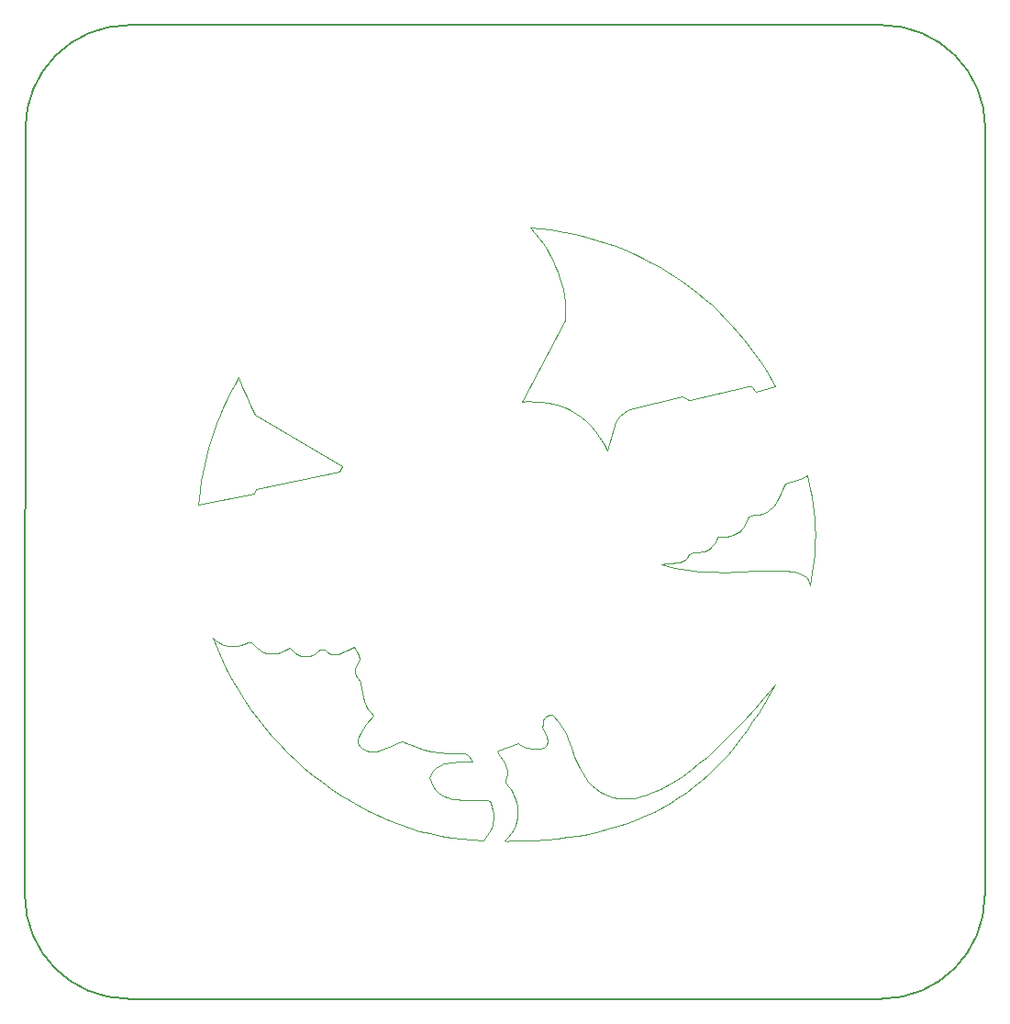
<source format=gbr>
G04 #@! TF.GenerationSoftware,KiCad,Pcbnew,5.1.5*
G04 #@! TF.CreationDate,2020-02-13T15:58:18-06:00*
G04 #@! TF.ProjectId,FJE Badge,464a4520-4261-4646-9765-2e6b69636164,rev?*
G04 #@! TF.SameCoordinates,Original*
G04 #@! TF.FileFunction,Profile,NP*
%FSLAX46Y46*%
G04 Gerber Fmt 4.6, Leading zero omitted, Abs format (unit mm)*
G04 Created by KiCad (PCBNEW 5.1.5) date 2020-02-13 15:58:18*
%MOMM*%
%LPD*%
G04 APERTURE LIST*
%ADD10C,0.150000*%
%ADD11C,0.100000*%
G04 APERTURE END LIST*
D10*
X111300000Y-62900000D02*
G75*
G02X120850000Y-53350000I9550000J0D01*
G01*
X190350000Y-53350000D02*
G75*
G02X199900000Y-62900000I0J-9550000D01*
G01*
X199850000Y-133650000D02*
G75*
G02X190300000Y-143200000I-9550000J0D01*
G01*
X120800000Y-143200000D02*
G75*
G02X111250000Y-133650000I0J9550000D01*
G01*
X190350000Y-53350000D02*
X120850000Y-53350000D01*
X199850000Y-133650000D02*
X199900000Y-62900000D01*
X120800000Y-143200000D02*
X190300000Y-143200000D01*
X111300000Y-62900000D02*
X111250000Y-133650000D01*
D11*
X127234117Y-97592224D02*
X132441002Y-96622145D01*
X132441002Y-96622145D02*
X132612904Y-96124979D01*
X132612904Y-96124979D02*
X140274277Y-94558270D01*
X140274277Y-94558270D02*
X140534061Y-94028297D01*
X140534061Y-94028297D02*
X132514616Y-89305100D01*
X132514616Y-89305100D02*
X132083642Y-88467494D01*
X132083642Y-88467494D02*
X131687905Y-87614786D01*
X131687905Y-87614786D02*
X131327484Y-86746944D01*
X131327484Y-86746944D02*
X131002455Y-85863933D01*
X131002455Y-85863933D02*
X130612335Y-86539305D01*
X130612335Y-86539305D02*
X130241602Y-87225799D01*
X130241602Y-87225799D02*
X129890491Y-87923091D01*
X129890491Y-87923091D02*
X129559234Y-88630860D01*
X129559234Y-88630860D02*
X129248064Y-89348782D01*
X129248064Y-89348782D02*
X128957214Y-90076535D01*
X128957214Y-90076535D02*
X128686918Y-90813795D01*
X128686918Y-90813795D02*
X128437407Y-91560241D01*
X128437407Y-91560241D02*
X128208916Y-92315549D01*
X128208916Y-92315549D02*
X128001676Y-93079396D01*
X128001676Y-93079396D02*
X127815922Y-93851460D01*
X127815922Y-93851460D02*
X127651886Y-94631418D01*
X127651886Y-94631418D02*
X127509800Y-95418947D01*
X127509800Y-95418947D02*
X127389899Y-96213725D01*
X127389899Y-96213725D02*
X127292419Y-97015428D01*
X127292419Y-97015428D02*
X127234119Y-97592224D01*
X127234119Y-97592224D02*
X127234119Y-97592224D01*
X183730704Y-105032158D02*
X183916073Y-103877738D01*
X183916073Y-103877738D02*
X184059719Y-102750540D01*
X184059719Y-102750540D02*
X184113059Y-102184118D01*
X184113059Y-102184118D02*
X184152569Y-101608865D01*
X184152569Y-101608865D02*
X184177109Y-101019568D01*
X184177109Y-101019568D02*
X184185509Y-100411015D01*
X184185509Y-100411015D02*
X184170549Y-99627349D01*
X184170549Y-99627349D02*
X184128109Y-98885149D01*
X184128109Y-98885149D02*
X184061859Y-98176444D01*
X184061859Y-98176444D02*
X183975459Y-97493267D01*
X183975459Y-97493267D02*
X183872572Y-96827649D01*
X183872572Y-96827649D02*
X183756862Y-96171621D01*
X183756862Y-96171621D02*
X183501625Y-94856461D01*
X183501625Y-94856461D02*
X183289770Y-94995135D01*
X183289770Y-94995135D02*
X183055459Y-95116968D01*
X183055459Y-95116968D02*
X182803078Y-95225248D01*
X182803078Y-95225248D02*
X182537011Y-95323268D01*
X182537011Y-95323268D02*
X181423582Y-95678459D01*
X181423582Y-95678459D02*
X181200684Y-96132885D01*
X181200684Y-96132885D02*
X180994583Y-96600232D01*
X180994583Y-96600232D02*
X180779251Y-97060478D01*
X180779251Y-97060478D02*
X180659990Y-97281682D01*
X180659990Y-97281682D02*
X180528661Y-97493602D01*
X180528661Y-97493602D02*
X180382010Y-97693737D01*
X180382010Y-97693737D02*
X180216784Y-97879583D01*
X180216784Y-97879583D02*
X180029729Y-98048638D01*
X180029729Y-98048638D02*
X179817593Y-98198400D01*
X179817593Y-98198400D02*
X179577121Y-98326364D01*
X179577121Y-98326364D02*
X179305060Y-98430030D01*
X179305060Y-98430030D02*
X178998156Y-98506890D01*
X178998156Y-98506890D02*
X178653157Y-98554450D01*
X178653157Y-98554450D02*
X178249555Y-98614990D01*
X178249555Y-98614990D02*
X178118944Y-98663340D01*
X178118944Y-98663340D02*
X178033224Y-98745360D01*
X178033224Y-98745360D02*
X177974954Y-98847960D01*
X177974954Y-98847960D02*
X177926674Y-98958057D01*
X177926674Y-98958057D02*
X177812537Y-99237746D01*
X177812537Y-99237746D02*
X177687326Y-99482541D01*
X177687326Y-99482541D02*
X177551794Y-99694816D01*
X177551794Y-99694816D02*
X177406697Y-99876948D01*
X177406697Y-99876948D02*
X177252786Y-100031310D01*
X177252786Y-100031310D02*
X177090817Y-100160277D01*
X177090817Y-100160277D02*
X176921542Y-100266226D01*
X176921542Y-100266226D02*
X176745715Y-100351526D01*
X176745715Y-100351526D02*
X176564090Y-100418556D01*
X176564090Y-100418556D02*
X176377421Y-100469696D01*
X176377421Y-100469696D02*
X175991965Y-100533786D01*
X175991965Y-100533786D02*
X175595376Y-100562796D01*
X175595376Y-100562796D02*
X175193683Y-100575726D01*
X175193683Y-100575726D02*
X175038576Y-100869811D01*
X175038576Y-100869811D02*
X174886353Y-101119187D01*
X174886353Y-101119187D02*
X174736772Y-101327621D01*
X174736772Y-101327621D02*
X174589589Y-101498879D01*
X174589589Y-101498879D02*
X174444562Y-101636729D01*
X174444562Y-101636729D02*
X174301447Y-101744936D01*
X174301447Y-101744936D02*
X174160001Y-101827266D01*
X174160001Y-101827266D02*
X174019982Y-101887496D01*
X174019982Y-101887496D02*
X173881146Y-101929376D01*
X173881146Y-101929376D02*
X173743250Y-101956686D01*
X173743250Y-101956686D02*
X173469308Y-101982646D01*
X173469308Y-101982646D02*
X173196210Y-101995516D01*
X173196210Y-101995516D02*
X172922013Y-102025426D01*
X172922013Y-102025426D02*
X172578952Y-102186866D01*
X172578952Y-102186866D02*
X172460259Y-102379601D01*
X172460259Y-102379601D02*
X172330265Y-102538432D01*
X172330265Y-102538432D02*
X172190104Y-102666763D01*
X172190104Y-102666763D02*
X172040911Y-102767999D01*
X172040911Y-102767999D02*
X171883821Y-102845539D01*
X171883821Y-102845539D02*
X171719968Y-102902799D01*
X171719968Y-102902799D02*
X171550488Y-102943169D01*
X171550488Y-102943169D02*
X171376514Y-102970059D01*
X171376514Y-102970059D02*
X171019625Y-102997019D01*
X171019625Y-102997019D02*
X170658378Y-103010909D01*
X170658378Y-103010909D02*
X170301852Y-103038959D01*
X170301852Y-103038959D02*
X170128195Y-103066799D01*
X170128195Y-103066799D02*
X169959122Y-103108389D01*
X169959122Y-103108389D02*
X170555502Y-103272148D01*
X170555502Y-103272148D02*
X171154112Y-103410519D01*
X171154112Y-103410519D02*
X171753659Y-103525374D01*
X171753659Y-103525374D02*
X172352847Y-103618584D01*
X172352847Y-103618584D02*
X172950384Y-103692014D01*
X172950384Y-103692014D02*
X173544975Y-103747534D01*
X173544975Y-103747534D02*
X174720142Y-103812344D01*
X174720142Y-103812344D02*
X175867995Y-103827964D01*
X175867995Y-103827964D02*
X176978181Y-103809364D01*
X176978181Y-103809364D02*
X179044140Y-103729324D01*
X179044140Y-103729324D02*
X179979207Y-103697804D01*
X179979207Y-103697804D02*
X180835194Y-103691904D01*
X180835194Y-103691904D02*
X181601749Y-103726574D01*
X181601749Y-103726574D02*
X181948254Y-103763804D01*
X181948254Y-103763804D02*
X182268519Y-103816784D01*
X182268519Y-103816784D02*
X182561249Y-103887384D01*
X182561249Y-103887384D02*
X182825150Y-103977484D01*
X182825150Y-103977484D02*
X183058928Y-104088946D01*
X183058928Y-104088946D02*
X183261289Y-104223641D01*
X183261289Y-104223641D02*
X183430939Y-104383441D01*
X183430939Y-104383441D02*
X183566584Y-104570214D01*
X183566584Y-104570214D02*
X183666929Y-104785832D01*
X183666929Y-104785832D02*
X183730679Y-105032164D01*
X183730679Y-105032164D02*
X183730679Y-105032164D01*
X157907544Y-72024424D02*
X158321483Y-72513779D01*
X158321483Y-72513779D02*
X158707597Y-73009187D01*
X158707597Y-73009187D02*
X159065695Y-73510685D01*
X159065695Y-73510685D02*
X159395614Y-74018309D01*
X159395614Y-74018309D02*
X159697186Y-74532095D01*
X159697186Y-74532095D02*
X159970248Y-75052079D01*
X159970248Y-75052079D02*
X160214633Y-75578297D01*
X160214633Y-75578297D02*
X160430176Y-76110786D01*
X160430176Y-76110786D02*
X160616712Y-76649580D01*
X160616712Y-76649580D02*
X160774075Y-77194716D01*
X160774075Y-77194716D02*
X160902099Y-77746230D01*
X160902099Y-77746230D02*
X161000619Y-78304158D01*
X161000619Y-78304158D02*
X161069469Y-78868536D01*
X161069469Y-78868536D02*
X161108489Y-79439400D01*
X161108489Y-79439400D02*
X161117489Y-80016786D01*
X161117489Y-80016786D02*
X161096339Y-80600729D01*
X161096339Y-80600729D02*
X157100812Y-88101170D01*
X157100812Y-88101170D02*
X157712742Y-88077000D01*
X157712742Y-88077000D02*
X158312377Y-88084400D01*
X158312377Y-88084400D02*
X158898958Y-88125410D01*
X158898958Y-88125410D02*
X159471726Y-88201940D01*
X159471726Y-88201940D02*
X160029922Y-88315941D01*
X160029922Y-88315941D02*
X160572787Y-88469365D01*
X160572787Y-88469365D02*
X161099561Y-88664164D01*
X161099561Y-88664164D02*
X161609487Y-88902289D01*
X161609487Y-88902289D02*
X162101804Y-89185694D01*
X162101804Y-89185694D02*
X162575753Y-89516329D01*
X162575753Y-89516329D02*
X163030576Y-89896146D01*
X163030576Y-89896146D02*
X163465513Y-90327098D01*
X163465513Y-90327098D02*
X163879806Y-90811136D01*
X163879806Y-90811136D02*
X164272695Y-91350213D01*
X164272695Y-91350213D02*
X164643421Y-91946279D01*
X164643421Y-91946279D02*
X164991225Y-92601288D01*
X164991225Y-92601288D02*
X165758068Y-89957697D01*
X165758068Y-89957697D02*
X165922031Y-89711555D01*
X165922031Y-89711555D02*
X166085994Y-89505698D01*
X166085994Y-89505698D02*
X166249957Y-89334965D01*
X166249957Y-89334965D02*
X166413921Y-89194198D01*
X166413921Y-89194198D02*
X166577884Y-89078238D01*
X166577884Y-89078238D02*
X166741847Y-88981928D01*
X166741847Y-88981928D02*
X167069773Y-88827614D01*
X167069773Y-88827614D02*
X171955409Y-87607002D01*
X171955409Y-87607002D02*
X172504784Y-87953036D01*
X172504784Y-87953036D02*
X172601104Y-87949436D01*
X172601104Y-87949436D02*
X178062745Y-86658049D01*
X178062745Y-86658049D02*
X178326731Y-86722259D01*
X178326731Y-86722259D02*
X178703490Y-87157407D01*
X178703490Y-87157407D02*
X180487353Y-86660326D01*
X180487353Y-86660326D02*
X180059718Y-85898700D01*
X180059718Y-85898700D02*
X179609784Y-85152174D01*
X179609784Y-85152174D02*
X179138019Y-84421229D01*
X179138019Y-84421229D02*
X178644857Y-83706315D01*
X178644857Y-83706315D02*
X178130730Y-83007884D01*
X178130730Y-83007884D02*
X177596072Y-82326383D01*
X177596072Y-82326383D02*
X177041317Y-81662265D01*
X177041317Y-81662265D02*
X176466896Y-81015978D01*
X176466896Y-81015978D02*
X175873243Y-80387972D01*
X175873243Y-80387972D02*
X175260793Y-79778698D01*
X175260793Y-79778698D02*
X174629976Y-79188605D01*
X174629976Y-79188605D02*
X173981228Y-78618143D01*
X173981228Y-78618143D02*
X173314980Y-78067763D01*
X173314980Y-78067763D02*
X172631667Y-77537914D01*
X172631667Y-77537914D02*
X171931720Y-77029046D01*
X171931720Y-77029046D02*
X171215574Y-76541610D01*
X171215574Y-76541610D02*
X170483662Y-76076054D01*
X170483662Y-76076054D02*
X169736416Y-75632829D01*
X169736416Y-75632829D02*
X168974270Y-75212386D01*
X168974270Y-75212386D02*
X168197658Y-74815173D01*
X168197658Y-74815173D02*
X167407011Y-74441641D01*
X167407011Y-74441641D02*
X166602763Y-74092241D01*
X166602763Y-74092241D02*
X165785348Y-73767421D01*
X165785348Y-73767421D02*
X164955199Y-73467631D01*
X164955199Y-73467631D02*
X164112748Y-73193323D01*
X164112748Y-73193323D02*
X163258430Y-72944945D01*
X163258430Y-72944945D02*
X162392676Y-72722948D01*
X162392676Y-72722948D02*
X161515921Y-72527781D01*
X161515921Y-72527781D02*
X160628596Y-72359895D01*
X160628596Y-72359895D02*
X159731137Y-72219739D01*
X159731137Y-72219739D02*
X158823975Y-72107764D01*
X158823975Y-72107764D02*
X157907544Y-72024424D01*
X157907544Y-72024424D02*
X157907544Y-72024424D01*
X156065309Y-128630922D02*
X157177863Y-128617392D01*
X157177863Y-128617392D02*
X158262712Y-128576842D01*
X158262712Y-128576842D02*
X159320332Y-128509102D01*
X159320332Y-128509102D02*
X160351240Y-128414062D01*
X160351240Y-128414062D02*
X161355951Y-128291593D01*
X161355951Y-128291593D02*
X162334982Y-128141574D01*
X162334982Y-128141574D02*
X163288850Y-127963886D01*
X163288850Y-127963886D02*
X164218070Y-127758405D01*
X164218070Y-127758405D02*
X165123158Y-127525011D01*
X165123158Y-127525011D02*
X166004632Y-127263581D01*
X166004632Y-127263581D02*
X166863007Y-126973995D01*
X166863007Y-126973995D02*
X167698800Y-126656130D01*
X167698800Y-126656130D02*
X168512527Y-126309865D01*
X168512527Y-126309865D02*
X169304703Y-125935079D01*
X169304703Y-125935079D02*
X170075847Y-125531649D01*
X170075847Y-125531649D02*
X170826473Y-125099454D01*
X170826473Y-125099454D02*
X171557098Y-124638373D01*
X171557098Y-124638373D02*
X172268238Y-124148284D01*
X172268238Y-124148284D02*
X172960409Y-123629065D01*
X172960409Y-123629065D02*
X173634129Y-123080595D01*
X173634129Y-123080595D02*
X174289913Y-122502752D01*
X174289913Y-122502752D02*
X174928277Y-121895415D01*
X174928277Y-121895415D02*
X175549737Y-121258461D01*
X175549737Y-121258461D02*
X176154811Y-120591770D01*
X176154811Y-120591770D02*
X176744014Y-119895219D01*
X176744014Y-119895219D02*
X177317862Y-119168687D01*
X177317862Y-119168687D02*
X177876872Y-118412053D01*
X177876872Y-118412053D02*
X178421560Y-117625195D01*
X178421560Y-117625195D02*
X178952442Y-116807990D01*
X178952442Y-116807990D02*
X179470035Y-115960319D01*
X179470035Y-115960319D02*
X179974855Y-115082058D01*
X179974855Y-115082058D02*
X180467418Y-114173087D01*
X180467418Y-114173087D02*
X179491274Y-115354042D01*
X179491274Y-115354042D02*
X178543042Y-116456590D01*
X178543042Y-116456590D02*
X177622500Y-117482307D01*
X177622500Y-117482307D02*
X176729426Y-118432766D01*
X176729426Y-118432766D02*
X175863601Y-119309543D01*
X175863601Y-119309543D02*
X175024801Y-120114212D01*
X175024801Y-120114212D02*
X174212807Y-120848349D01*
X174212807Y-120848349D02*
X173427396Y-121513527D01*
X173427396Y-121513527D02*
X172668347Y-122111323D01*
X172668347Y-122111323D02*
X171935439Y-122643309D01*
X171935439Y-122643309D02*
X171228451Y-123111063D01*
X171228451Y-123111063D02*
X170547162Y-123516157D01*
X170547162Y-123516157D02*
X169891349Y-123860167D01*
X169891349Y-123860167D02*
X169260792Y-124144668D01*
X169260792Y-124144668D02*
X168655270Y-124371235D01*
X168655270Y-124371235D02*
X168074561Y-124541441D01*
X168074561Y-124541441D02*
X167518443Y-124656863D01*
X167518443Y-124656863D02*
X166986696Y-124719073D01*
X166986696Y-124719073D02*
X166479098Y-124729653D01*
X166479098Y-124729653D02*
X165995428Y-124690173D01*
X165995428Y-124690173D02*
X165535465Y-124602203D01*
X165535465Y-124602203D02*
X165098987Y-124467323D01*
X165098987Y-124467323D02*
X164685772Y-124287105D01*
X164685772Y-124287105D02*
X164295601Y-124063127D01*
X164295601Y-124063127D02*
X163928250Y-123796962D01*
X163928250Y-123796962D02*
X163583500Y-123490185D01*
X163583500Y-123490185D02*
X163261128Y-123144371D01*
X163261128Y-123144371D02*
X162960914Y-122761095D01*
X162960914Y-122761095D02*
X162682636Y-122341932D01*
X162682636Y-122341932D02*
X162426072Y-121888455D01*
X162426072Y-121888455D02*
X162191002Y-121402241D01*
X162191002Y-121402241D02*
X161977204Y-120884864D01*
X161977204Y-120884864D02*
X161720077Y-120073500D01*
X161720077Y-120073500D02*
X161570601Y-119636623D01*
X161570601Y-119636623D02*
X161388285Y-119176933D01*
X161388285Y-119176933D02*
X161158955Y-118692917D01*
X161158955Y-118692917D02*
X160868437Y-118183061D01*
X160868437Y-118183061D02*
X160502557Y-117645853D01*
X160502557Y-117645853D02*
X160047140Y-117079780D01*
X160047140Y-117079780D02*
X159948280Y-117025490D01*
X159948280Y-117025490D02*
X159852920Y-116999170D01*
X159852920Y-116999170D02*
X159760460Y-116996070D01*
X159760460Y-116996070D02*
X159670300Y-117011330D01*
X159670300Y-117011330D02*
X159494475Y-117077880D01*
X159494475Y-117077880D02*
X159320664Y-117160540D01*
X159320664Y-117160540D02*
X159180801Y-117368136D01*
X159180801Y-117368136D02*
X159094311Y-117540149D01*
X159094311Y-117540149D02*
X159050371Y-117683799D01*
X159050371Y-117683799D02*
X159038141Y-117806303D01*
X159038141Y-117806303D02*
X158997781Y-118209905D01*
X158997781Y-118209905D02*
X159157173Y-118460399D01*
X159157173Y-118460399D02*
X159283681Y-118690377D01*
X159283681Y-118690377D02*
X159379121Y-118900551D01*
X159379121Y-118900551D02*
X159445321Y-119091633D01*
X159445321Y-119091633D02*
X159484091Y-119264333D01*
X159484091Y-119264333D02*
X159497261Y-119419362D01*
X159497261Y-119419362D02*
X159486651Y-119557433D01*
X159486651Y-119557433D02*
X159454081Y-119679256D01*
X159454081Y-119679256D02*
X159401361Y-119785543D01*
X159401361Y-119785543D02*
X159330321Y-119877003D01*
X159330321Y-119877003D02*
X159242781Y-119954353D01*
X159242781Y-119954353D02*
X159140563Y-120018303D01*
X159140563Y-120018303D02*
X159025485Y-120069553D01*
X159025485Y-120069553D02*
X158899368Y-120108823D01*
X158899368Y-120108823D02*
X158621298Y-120154273D01*
X158621298Y-120154273D02*
X158320916Y-120160373D01*
X158320916Y-120160373D02*
X158012788Y-120132743D01*
X158012788Y-120132743D02*
X157711477Y-120077113D01*
X157711477Y-120077113D02*
X157431547Y-119999173D01*
X157431547Y-119999173D02*
X157187562Y-119904613D01*
X157187562Y-119904613D02*
X156994087Y-119799116D01*
X156994087Y-119799116D02*
X156865684Y-119688378D01*
X156865684Y-119688378D02*
X156830434Y-119632818D01*
X156830434Y-119632818D02*
X156816914Y-119578088D01*
X156816914Y-119578088D02*
X154901210Y-120288474D01*
X154901210Y-120288474D02*
X154860850Y-120399465D01*
X154860850Y-120399465D02*
X155131974Y-120769357D01*
X155131974Y-120769357D02*
X155344425Y-121103666D01*
X155344425Y-121103666D02*
X155504515Y-121404718D01*
X155504515Y-121404718D02*
X155618554Y-121674838D01*
X155618554Y-121674838D02*
X155692854Y-121916352D01*
X155692854Y-121916352D02*
X155733724Y-122131588D01*
X155733724Y-122131588D02*
X155747484Y-122322870D01*
X155747484Y-122322870D02*
X155740484Y-122492524D01*
X155740484Y-122492524D02*
X155689214Y-122776255D01*
X155689214Y-122776255D02*
X155630464Y-123001388D01*
X155630464Y-123001388D02*
X155614054Y-123097798D01*
X155614054Y-123097798D02*
X155614710Y-123186538D01*
X155614710Y-123186538D02*
X155638740Y-123269928D01*
X155638740Y-123269928D02*
X155692450Y-123350298D01*
X155692450Y-123350298D02*
X155897641Y-123598725D01*
X155897641Y-123598725D02*
X156087319Y-123865141D01*
X156087319Y-123865141D02*
X156258624Y-124148029D01*
X156258624Y-124148029D02*
X156408695Y-124445872D01*
X156408695Y-124445872D02*
X156534672Y-124757154D01*
X156534672Y-124757154D02*
X156633692Y-125080358D01*
X156633692Y-125080358D02*
X156702902Y-125413968D01*
X156702902Y-125413968D02*
X156739442Y-125756468D01*
X156739442Y-125756468D02*
X156740442Y-126106341D01*
X156740442Y-126106341D02*
X156703052Y-126462071D01*
X156703052Y-126462071D02*
X156624402Y-126822142D01*
X156624402Y-126822142D02*
X156501637Y-127185036D01*
X156501637Y-127185036D02*
X156331897Y-127549237D01*
X156331897Y-127549237D02*
X156112321Y-127913230D01*
X156112321Y-127913230D02*
X155840049Y-128275497D01*
X155840049Y-128275497D02*
X155512221Y-128634522D01*
X155512221Y-128634522D02*
X155801884Y-128635922D01*
X155801884Y-128635922D02*
X156065309Y-128630922D01*
X153547997Y-128566776D02*
X153758386Y-128328711D01*
X153758386Y-128328711D02*
X153939181Y-128088862D01*
X153939181Y-128088862D02*
X154091905Y-127848207D01*
X154091905Y-127848207D02*
X154218079Y-127607724D01*
X154218079Y-127607724D02*
X154319224Y-127368391D01*
X154319224Y-127368391D02*
X154396864Y-127131186D01*
X154396864Y-127131186D02*
X154452514Y-126897088D01*
X154452514Y-126897088D02*
X154487704Y-126667073D01*
X154487704Y-126667073D02*
X154503954Y-126442121D01*
X154503954Y-126442121D02*
X154502754Y-126223208D01*
X154502754Y-126223208D02*
X154485684Y-126011314D01*
X154485684Y-126011314D02*
X154454234Y-125807416D01*
X154454234Y-125807416D02*
X154354294Y-125427520D01*
X154354294Y-125427520D02*
X154215106Y-125091344D01*
X154215106Y-125091344D02*
X154146996Y-124979472D01*
X154146996Y-124979472D02*
X154097376Y-124932102D01*
X154097376Y-124932102D02*
X154033236Y-124892712D01*
X154033236Y-124892712D02*
X153951466Y-124863022D01*
X153951466Y-124863022D02*
X153848966Y-124844732D01*
X153848966Y-124844732D02*
X153569353Y-124849232D01*
X153569353Y-124849232D02*
X152833531Y-124889962D01*
X152833531Y-124889962D02*
X152179994Y-124897662D01*
X152179994Y-124897662D02*
X151603269Y-124874602D01*
X151603269Y-124874602D02*
X151097881Y-124822932D01*
X151097881Y-124822932D02*
X150658357Y-124744852D01*
X150658357Y-124744852D02*
X150279223Y-124642557D01*
X150279223Y-124642557D02*
X149955004Y-124518242D01*
X149955004Y-124518242D02*
X149680228Y-124374101D01*
X149680228Y-124374101D02*
X149449419Y-124212328D01*
X149449419Y-124212328D02*
X149257104Y-124035121D01*
X149257104Y-124035121D02*
X149097810Y-123844672D01*
X149097810Y-123844672D02*
X148966062Y-123643178D01*
X148966062Y-123643178D02*
X148856386Y-123432833D01*
X148856386Y-123432833D02*
X148763306Y-123215832D01*
X148763306Y-123215832D02*
X148605050Y-122770643D01*
X148605050Y-122770643D02*
X148708221Y-122485191D01*
X148708221Y-122485191D02*
X148842292Y-122240900D01*
X148842292Y-122240900D02*
X149004721Y-122034426D01*
X149004721Y-122034426D02*
X149192964Y-121862427D01*
X149192964Y-121862427D02*
X149404477Y-121721559D01*
X149404477Y-121721559D02*
X149636717Y-121608480D01*
X149636717Y-121608480D02*
X149887139Y-121519850D01*
X149887139Y-121519850D02*
X150153201Y-121452320D01*
X150153201Y-121452320D02*
X150432358Y-121402550D01*
X150432358Y-121402550D02*
X150722068Y-121367190D01*
X150722068Y-121367190D02*
X151322968Y-121326350D01*
X151322968Y-121326350D02*
X151935553Y-121303050D01*
X151935553Y-121303050D02*
X152539474Y-121270550D01*
X152539474Y-121270550D02*
X152420612Y-121054764D01*
X152420612Y-121054764D02*
X152281663Y-120859066D01*
X152281663Y-120859066D02*
X152114403Y-120691677D01*
X152114403Y-120691677D02*
X151910611Y-120560822D01*
X151910611Y-120560822D02*
X151494199Y-120583182D01*
X151494199Y-120583182D02*
X151085937Y-120590182D01*
X151085937Y-120590182D02*
X150292371Y-120561102D01*
X150292371Y-120561102D02*
X149526924Y-120479162D01*
X149526924Y-120479162D02*
X148786608Y-120349974D01*
X148786608Y-120349974D02*
X148068434Y-120179159D01*
X148068434Y-120179159D02*
X147369413Y-119972336D01*
X147369413Y-119972336D02*
X146686556Y-119735123D01*
X146686556Y-119735123D02*
X146016876Y-119473139D01*
X146016876Y-119473139D02*
X145555897Y-119641156D01*
X145555897Y-119641156D02*
X145094918Y-119848428D01*
X145094918Y-119848428D02*
X144633939Y-120061200D01*
X144633939Y-120061200D02*
X144172959Y-120245715D01*
X144172959Y-120245715D02*
X143942470Y-120316825D01*
X143942470Y-120316825D02*
X143711980Y-120368215D01*
X143711980Y-120368215D02*
X143481491Y-120395665D01*
X143481491Y-120395665D02*
X143251001Y-120394954D01*
X143251001Y-120394954D02*
X143020512Y-120361864D01*
X143020512Y-120361864D02*
X142790022Y-120292174D01*
X142790022Y-120292174D02*
X142559533Y-120181663D01*
X142559533Y-120181663D02*
X142329043Y-120026113D01*
X142329043Y-120026113D02*
X142178652Y-119888609D01*
X142178652Y-119888609D02*
X142074097Y-119740919D01*
X142074097Y-119740919D02*
X142011847Y-119583828D01*
X142011847Y-119583828D02*
X141988377Y-119418118D01*
X141988377Y-119418118D02*
X142000167Y-119244575D01*
X142000167Y-119244575D02*
X142043677Y-119063981D01*
X142043677Y-119063981D02*
X142115387Y-118877122D01*
X142115387Y-118877122D02*
X142211767Y-118684779D01*
X142211767Y-118684779D02*
X142464437Y-118286782D01*
X142464437Y-118286782D02*
X142773467Y-117876260D01*
X142773467Y-117876260D02*
X143447736Y-117042725D01*
X143447736Y-117042725D02*
X143163404Y-116762948D01*
X143163404Y-116762948D02*
X142927014Y-116454154D01*
X142927014Y-116454154D02*
X142733797Y-116119229D01*
X142733797Y-116119229D02*
X142578980Y-115761061D01*
X142578980Y-115761061D02*
X142457795Y-115382538D01*
X142457795Y-115382538D02*
X142365465Y-114986547D01*
X142365465Y-114986547D02*
X142297225Y-114575975D01*
X142297225Y-114575975D02*
X142248305Y-114153709D01*
X142248305Y-114153709D02*
X142224645Y-113969405D01*
X142224645Y-113969405D02*
X142168785Y-113822689D01*
X142168785Y-113822689D02*
X142092145Y-113700222D01*
X142092145Y-113700222D02*
X142006145Y-113588666D01*
X142006145Y-113588666D02*
X141901307Y-113482113D01*
X141901307Y-113482113D02*
X141821227Y-113375392D01*
X141821227Y-113375392D02*
X141763897Y-113268418D01*
X141763897Y-113268418D02*
X141727337Y-113161105D01*
X141727337Y-113161105D02*
X141709547Y-113053368D01*
X141709547Y-113053368D02*
X141708547Y-112945120D01*
X141708547Y-112945120D02*
X141748857Y-112726751D01*
X141748857Y-112726751D02*
X141832327Y-112505313D01*
X141832327Y-112505313D02*
X141942996Y-112280121D01*
X141942996Y-112280121D02*
X142182090Y-111815730D01*
X142182090Y-111815730D02*
X142055423Y-111476802D01*
X142055423Y-111476802D02*
X141913250Y-111189563D01*
X141913250Y-111189563D02*
X141760614Y-110937203D01*
X141760614Y-110937203D02*
X141602555Y-110702914D01*
X141602555Y-110702914D02*
X141297883Y-110855165D01*
X141297883Y-110855165D02*
X140996954Y-111026710D01*
X140996954Y-111026710D02*
X140694935Y-111192638D01*
X140694935Y-111192638D02*
X140386993Y-111328038D01*
X140386993Y-111328038D02*
X140229290Y-111376508D01*
X140229290Y-111376508D02*
X140068294Y-111407998D01*
X140068294Y-111407998D02*
X139903401Y-111419408D01*
X139903401Y-111419408D02*
X139734006Y-111407618D01*
X139734006Y-111407618D02*
X139559505Y-111369508D01*
X139559505Y-111369508D02*
X139379294Y-111301968D01*
X139379294Y-111301968D02*
X139192769Y-111201889D01*
X139192769Y-111201889D02*
X138999325Y-111066154D01*
X138999325Y-111066154D02*
X138927805Y-111014454D01*
X138927805Y-111014454D02*
X138854125Y-110981124D01*
X138854125Y-110981124D02*
X138778405Y-110965094D01*
X138778405Y-110965094D02*
X138700775Y-110965274D01*
X138700775Y-110965274D02*
X138540310Y-111009954D01*
X138540310Y-111009954D02*
X138373741Y-111106514D01*
X138373741Y-111106514D02*
X138167650Y-111252126D01*
X138167650Y-111252126D02*
X137967378Y-111372245D01*
X137967378Y-111372245D02*
X137772762Y-111467585D01*
X137772762Y-111467585D02*
X137583637Y-111538865D01*
X137583637Y-111538865D02*
X137399841Y-111586805D01*
X137399841Y-111586805D02*
X137221209Y-111612125D01*
X137221209Y-111612125D02*
X137047578Y-111615525D01*
X137047578Y-111615525D02*
X136878784Y-111597745D01*
X136878784Y-111597745D02*
X136714664Y-111559485D01*
X136714664Y-111559485D02*
X136555054Y-111501465D01*
X136555054Y-111501465D02*
X136399790Y-111424405D01*
X136399790Y-111424405D02*
X136248709Y-111329025D01*
X136248709Y-111329025D02*
X136101647Y-111216035D01*
X136101647Y-111216035D02*
X135958441Y-111086154D01*
X135958441Y-111086154D02*
X135682939Y-110778588D01*
X135682939Y-110778588D02*
X135235539Y-111024589D01*
X135235539Y-111024589D02*
X134793157Y-111211491D01*
X134793157Y-111211491D02*
X134574157Y-111279141D01*
X134574157Y-111279141D02*
X134356781Y-111327661D01*
X134356781Y-111327661D02*
X134141153Y-111355591D01*
X134141153Y-111355591D02*
X133927397Y-111361491D01*
X133927397Y-111361491D02*
X133715635Y-111343881D01*
X133715635Y-111343881D02*
X133505993Y-111301321D01*
X133505993Y-111301321D02*
X133298592Y-111232351D01*
X133298592Y-111232351D02*
X133093556Y-111135531D01*
X133093556Y-111135531D02*
X132891009Y-111009396D01*
X132891009Y-111009396D02*
X132691074Y-110852495D01*
X132691074Y-110852495D02*
X132493875Y-110663376D01*
X132493875Y-110663376D02*
X132299535Y-110440585D01*
X132299535Y-110440585D02*
X132229665Y-110355205D01*
X132229665Y-110355205D02*
X132161835Y-110304475D01*
X132161835Y-110304475D02*
X132095635Y-110281475D01*
X132095635Y-110281475D02*
X132030665Y-110279275D01*
X132030665Y-110279275D02*
X131902756Y-110309495D01*
X131902756Y-110309495D02*
X131774846Y-110339695D01*
X131774846Y-110339695D02*
X131441766Y-110455903D01*
X131441766Y-110455903D02*
X131134338Y-110543083D01*
X131134338Y-110543083D02*
X130850932Y-110603383D01*
X130850932Y-110603383D02*
X130589920Y-110638953D01*
X130589920Y-110638953D02*
X130349673Y-110651953D01*
X130349673Y-110651953D02*
X130128561Y-110644553D01*
X130128561Y-110644553D02*
X129924956Y-110618843D01*
X129924956Y-110618843D02*
X129737229Y-110577003D01*
X129737229Y-110577003D02*
X129563749Y-110521193D01*
X129563749Y-110521193D02*
X129402889Y-110453553D01*
X129402889Y-110453553D02*
X129112511Y-110291388D01*
X129112511Y-110291388D02*
X128853061Y-110107715D01*
X128853061Y-110107715D02*
X128611507Y-109919735D01*
X128611507Y-109919735D02*
X129006874Y-110909098D01*
X129006874Y-110909098D02*
X129438286Y-111881268D01*
X129438286Y-111881268D02*
X129904616Y-112835342D01*
X129904616Y-112835342D02*
X130404736Y-113770414D01*
X130404736Y-113770414D02*
X130937518Y-114685581D01*
X130937518Y-114685581D02*
X131501834Y-115579939D01*
X131501834Y-115579939D02*
X132096557Y-116452583D01*
X132096557Y-116452583D02*
X132720559Y-117302609D01*
X132720559Y-117302609D02*
X133372711Y-118129112D01*
X133372711Y-118129112D02*
X134051887Y-118931189D01*
X134051887Y-118931189D02*
X134756958Y-119707936D01*
X134756958Y-119707936D02*
X135486796Y-120458447D01*
X135486796Y-120458447D02*
X136240274Y-121181819D01*
X136240274Y-121181819D02*
X137016265Y-121877148D01*
X137016265Y-121877148D02*
X137813639Y-122543529D01*
X137813639Y-122543529D02*
X138631270Y-123180058D01*
X138631270Y-123180058D02*
X139468029Y-123785831D01*
X139468029Y-123785831D02*
X140322790Y-124359943D01*
X140322790Y-124359943D02*
X141194423Y-124901491D01*
X141194423Y-124901491D02*
X142081802Y-125409570D01*
X142081802Y-125409570D02*
X142983798Y-125883276D01*
X142983798Y-125883276D02*
X143899284Y-126321705D01*
X143899284Y-126321705D02*
X144827131Y-126723952D01*
X144827131Y-126723952D02*
X145766213Y-127089113D01*
X145766213Y-127089113D02*
X146715402Y-127416284D01*
X146715402Y-127416284D02*
X147673568Y-127704561D01*
X147673568Y-127704561D02*
X148639586Y-127953039D01*
X148639586Y-127953039D02*
X149612326Y-128160814D01*
X149612326Y-128160814D02*
X150590662Y-128326983D01*
X150590662Y-128326983D02*
X151573465Y-128450640D01*
X151573465Y-128450640D02*
X152559608Y-128530880D01*
X152559608Y-128530880D02*
X153547962Y-128566800D01*
X153547962Y-128566800D02*
X153547962Y-128566800D01*
M02*

</source>
